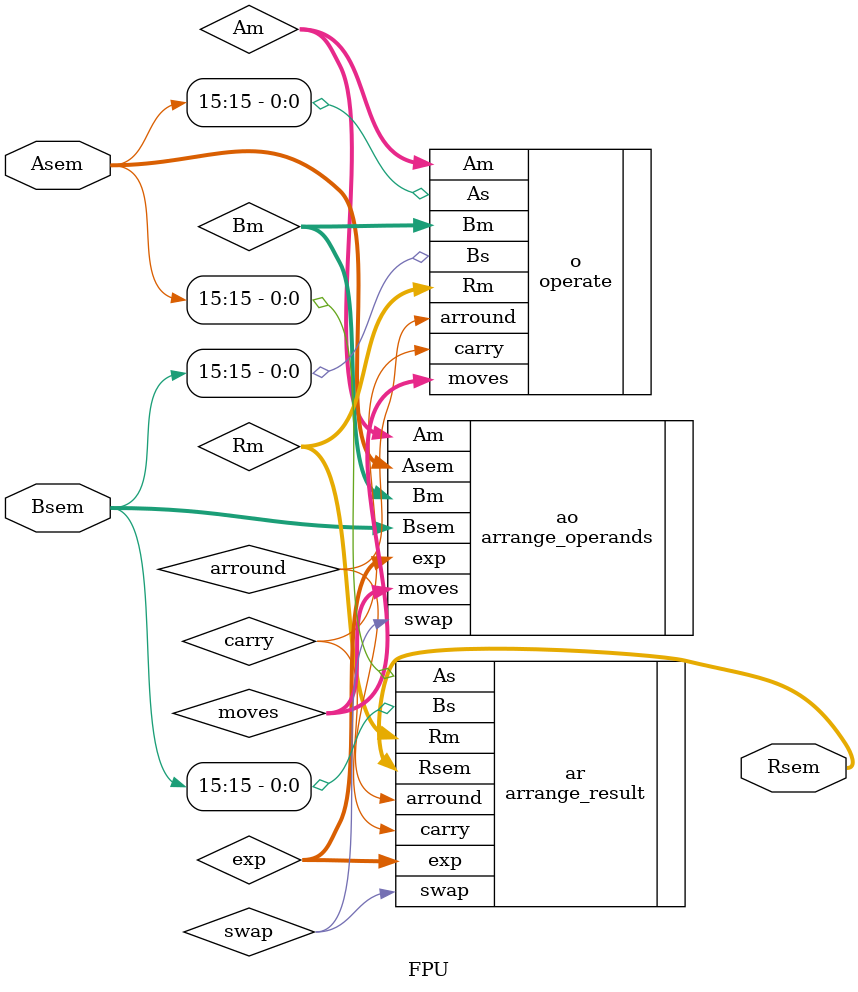
<source format=v>
module FPU (
	input 		[15:0]	Asem,
	input 		[15:0]	Bsem,
	output 		[15:0]	Rsem
	);
	wire 			swap,
					arround,
					carry;
	wire 	[4:0] 	moves,
					exp;
	wire 	[9:0] 	Am,
					Bm;
	wire 	[10:0]	Rm;
	arrange_operands ao(
		.Asem(Asem),
		.Bsem(Bsem),
		.moves(moves),
		.swap(swap),
		.exp(exp),
		.Am(Am),
		.Bm(Bm)
		);
	operate o(
		.moves(moves),
		.Am(Am),
		.Bm(Bm),
		.As(Asem[15]),
		.Bs(Bsem[15]),
		.arround(arround),
		.carry(carry),
		.Rm(Rm)
		);
	arrange_result ar(
		.exp(exp),
		.arround(arround),
		.Rm(Rm),
		.As(Asem[15]),
		.Bs(Bsem[15]),
		.swap(swap),
		.carry(carry),
		.Rsem(Rsem)
		);
endmodule // FPU

</source>
